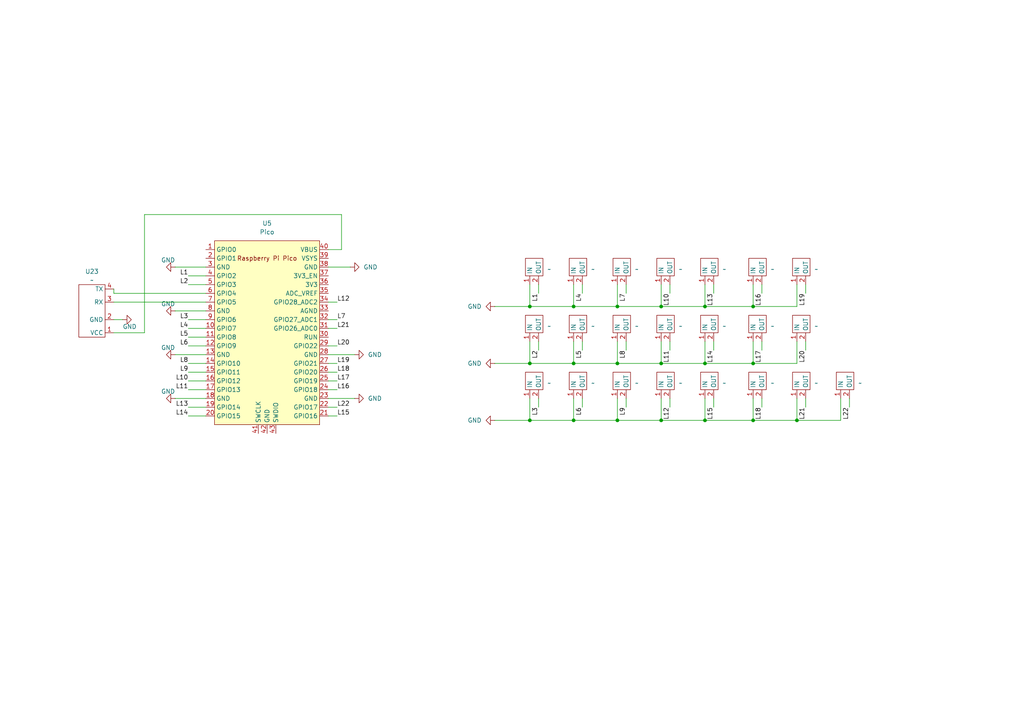
<source format=kicad_sch>
(kicad_sch (version 20231120) (generator "eeschema") (generator_version "8.0")
  (paper "A4")
  (lib_symbols
    (symbol "3:Communication_Port"
      (property "Reference" "U" (at 0 0 0))
      (symbol "Communication_Port_0_1"
        (rectangle (start -7.62 6.35) (end 7.62 -1.27))
      )
      (symbol "Communication_Port_1_1"
        (pin bidirectional line (at -6.35 -3.81 90) (length 2.54) (name "VCC") (number "1"))
        (pin bidirectional line (at -2.54 -3.81 90) (length 2.54) (name "GND") (number "2"))
        (pin bidirectional line (at 2.54 -3.81 90) (length 2.54) (name "RX") (number "3"))
        (pin bidirectional line (at 6.35 -3.81 90) (length 2.54) (name "TX") (number "4"))
      )
    )
    (symbol "AAA My Lib22:Gateron_Key"
      (property "Reference" "U" (at 0 0 0))
      (symbol "Gateron_Key_1_1"
        (rectangle (start -2.54 3.81) (end 2.54 -1.27))
        (pin input line (at -1.27 -3.81 90) (length 2.54) (name "IN") (number "1"))
        (pin output line (at 1.27 -3.81 90) (length 2.54) (name "OUT") (number "2"))
      )
    )
    (symbol "MCU_RaspberryPi_and_Boards:Pico"
      (property "Reference" "U" (at -13.97 27.94 0))
      (property "Value" "Pico" (at 0 19.05 0))
      (symbol "Pico_0_0"
        (text "Raspberry Pi Pico" (at 0 21.59 0) (effects (font (size 1.27 1.27))))
      )
      (symbol "Pico_0_1"
        (rectangle (start -15.24 26.67) (end 15.24 -26.67) (fill (type background)))
      )
      (symbol "Pico_1_1"
        (pin bidirectional line (at -17.78 24.13 0) (length 2.54) (name "GPIO0") (number "1"))
        (pin bidirectional line (at -17.78 1.27 0) (length 2.54) (name "GPIO7") (number "10"))
        (pin bidirectional line (at -17.78 -1.27 0) (length 2.54) (name "GPIO8") (number "11"))
        (pin bidirectional line (at -17.78 -3.81 0) (length 2.54) (name "GPIO9") (number "12"))
        (pin power_in line (at -17.78 -6.35 0) (length 2.54) (name "GND") (number "13"))
        (pin bidirectional line (at -17.78 -8.89 0) (length 2.54) (name "GPIO10") (number "14"))
        (pin bidirectional line (at -17.78 -11.43 0) (length 2.54) (name "GPIO11") (number "15"))
        (pin bidirectional line (at -17.78 -13.97 0) (length 2.54) (name "GPIO12") (number "16"))
        (pin bidirectional line (at -17.78 -16.51 0) (length 2.54) (name "GPIO13") (number "17"))
        (pin power_in line (at -17.78 -19.05 0) (length 2.54) (name "GND") (number "18"))
        (pin bidirectional line (at -17.78 -21.59 0) (length 2.54) (name "GPIO14") (number "19"))
        (pin bidirectional line (at -17.78 21.59 0) (length 2.54) (name "GPIO1") (number "2"))
        (pin bidirectional line (at -17.78 -24.13 0) (length 2.54) (name "GPIO15") (number "20"))
        (pin bidirectional line (at 17.78 -24.13 180) (length 2.54) (name "GPIO16") (number "21"))
        (pin bidirectional line (at 17.78 -21.59 180) (length 2.54) (name "GPIO17") (number "22"))
        (pin power_in line (at 17.78 -19.05 180) (length 2.54) (name "GND") (number "23"))
        (pin bidirectional line (at 17.78 -16.51 180) (length 2.54) (name "GPIO18") (number "24"))
        (pin bidirectional line (at 17.78 -13.97 180) (length 2.54) (name "GPIO19") (number "25"))
        (pin bidirectional line (at 17.78 -11.43 180) (length 2.54) (name "GPIO20") (number "26"))
        (pin bidirectional line (at 17.78 -8.89 180) (length 2.54) (name "GPIO21") (number "27"))
        (pin power_in line (at 17.78 -6.35 180) (length 2.54) (name "GND") (number "28"))
        (pin bidirectional line (at 17.78 -3.81 180) (length 2.54) (name "GPIO22") (number "29"))
        (pin power_in line (at -17.78 19.05 0) (length 2.54) (name "GND") (number "3"))
        (pin input line (at 17.78 -1.27 180) (length 2.54) (name "RUN") (number "30"))
        (pin bidirectional line (at 17.78 1.27 180) (length 2.54) (name "GPIO26_ADC0") (number "31"))
        (pin bidirectional line (at 17.78 3.81 180) (length 2.54) (name "GPIO27_ADC1") (number "32"))
        (pin power_in line (at 17.78 6.35 180) (length 2.54) (name "AGND") (number "33"))
        (pin bidirectional line (at 17.78 8.89 180) (length 2.54) (name "GPIO28_ADC2") (number "34"))
        (pin power_in line (at 17.78 11.43 180) (length 2.54) (name "ADC_VREF") (number "35"))
        (pin power_in line (at 17.78 13.97 180) (length 2.54) (name "3V3") (number "36"))
        (pin input line (at 17.78 16.51 180) (length 2.54) (name "3V3_EN") (number "37"))
        (pin bidirectional line (at 17.78 19.05 180) (length 2.54) (name "GND") (number "38"))
        (pin power_in line (at 17.78 21.59 180) (length 2.54) (name "VSYS") (number "39"))
        (pin bidirectional line (at -17.78 16.51 0) (length 2.54) (name "GPIO2") (number "4"))
        (pin power_in line (at 17.78 24.13 180) (length 2.54) (name "VBUS") (number "40"))
        (pin input line (at -2.54 -29.21 90) (length 2.54) (name "SWCLK") (number "41"))
        (pin power_in line (at 0 -29.21 90) (length 2.54) (name "GND") (number "42"))
        (pin bidirectional line (at 2.54 -29.21 90) (length 2.54) (name "SWDIO") (number "43"))
        (pin bidirectional line (at -17.78 13.97 0) (length 2.54) (name "GPIO3") (number "5"))
        (pin bidirectional line (at -17.78 11.43 0) (length 2.54) (name "GPIO4") (number "6"))
        (pin bidirectional line (at -17.78 8.89 0) (length 2.54) (name "GPIO5") (number "7"))
        (pin power_in line (at -17.78 6.35 0) (length 2.54) (name "GND") (number "8"))
        (pin bidirectional line (at -17.78 3.81 0) (length 2.54) (name "GPIO6") (number "9"))
      )
    )
    (symbol "power:GND" (power) (pin_numbers hide) (pin_names (offset 0) hide)
      (property "Value" "GND" (at 0 -3.81 0))
      (symbol "GND_0_1"
        (polyline (pts (xy 0 0) (xy 0 -1.27) (xy 1.27 -1.27) (xy 0 -2.54) (xy -1.27 -1.27) (xy 0 -1.27)))
      )
      (symbol "GND_1_1"
        (pin power_in line (at 0 0 270) (length 0) (name "~") (number "1"))
      )
    )
  )
  (junction (at 218.44 105.41))
  (junction (at 179.07 88.9))
  (junction (at 231.14 121.92))
  (junction (at 153.67 105.41))
  (junction (at 218.44 121.92))
  (junction (at 218.44 88.9))
  (junction (at 179.07 121.92))
  (junction (at 204.47 121.92))
  (junction (at 166.37 88.9))
  (junction (at 153.67 121.92))
  (junction (at 191.77 105.41))
  (junction (at 166.37 105.41))
  (junction (at 179.07 105.41))
  (junction (at 191.77 88.9))
  (junction (at 153.67 88.9))
  (junction (at 191.77 121.92))
  (junction (at 204.47 105.41))
  (junction (at 204.47 88.9))
  (junction (at 166.37 121.92))
  (wire (pts (xy 54.61 92.71) (xy 59.69 92.71)))
  (wire (pts (xy 168.91 99.06) (xy 168.91 101.6)))
  (wire (pts (xy 166.37 115.57) (xy 166.37 121.92)))
  (wire (pts (xy 54.61 120.65) (xy 59.69 120.65)))
  (wire (pts (xy 179.07 121.92) (xy 191.77 121.92)))
  (wire (pts (xy 207.01 99.06) (xy 207.01 101.6)))
  (wire (pts (xy 33.02 87.63) (xy 59.69 87.63)))
  (wire (pts (xy 191.77 99.06) (xy 191.77 105.41)))
  (wire (pts (xy 204.47 99.06) (xy 204.47 105.41)))
  (wire (pts (xy 54.61 100.33) (xy 59.69 100.33)))
  (wire (pts (xy 54.61 113.03) (xy 59.69 113.03)))
  (wire (pts (xy 204.47 121.92) (xy 218.44 121.92)))
  (wire (pts (xy 179.07 88.9) (xy 179.07 82.55)))
  (wire (pts (xy 231.14 88.9) (xy 231.14 82.55)))
  (wire (pts (xy 191.77 105.41) (xy 204.47 105.41)))
  (wire (pts (xy 95.25 87.63) (xy 97.79 87.63)))
  (wire (pts (xy 168.91 82.55) (xy 168.91 85.09)))
  (wire (pts (xy 204.47 88.9) (xy 204.47 82.55)))
  (wire (pts (xy 243.84 115.57) (xy 243.84 121.92)))
  (wire (pts (xy 33.02 92.71) (xy 35.56 92.71)))
  (wire (pts (xy 95.25 115.57) (xy 102.87 115.57)))
  (wire (pts (xy 95.25 95.25) (xy 97.79 95.25)))
  (wire (pts (xy 54.61 107.95) (xy 59.69 107.95)))
  (wire (pts (xy 95.25 107.95) (xy 97.79 107.95)))
  (wire (pts (xy 95.25 120.65) (xy 97.79 120.65)))
  (wire (pts (xy 204.47 121.92) (xy 191.77 121.92)))
  (wire (pts (xy 143.51 88.9) (xy 153.67 88.9)))
  (wire (pts (xy 166.37 88.9) (xy 179.07 88.9)))
  (wire (pts (xy 179.07 88.9) (xy 191.77 88.9)))
  (wire (pts (xy 95.25 118.11) (xy 97.79 118.11)))
  (wire (pts (xy 194.31 82.55) (xy 194.31 85.09)))
  (wire (pts (xy 156.21 115.57) (xy 156.21 118.11)))
  (wire (pts (xy 243.84 121.92) (xy 231.14 121.92)))
  (wire (pts (xy 54.61 82.55) (xy 59.69 82.55)))
  (wire (pts (xy 194.31 115.57) (xy 194.31 118.11)))
  (wire (pts (xy 153.67 88.9) (xy 153.67 82.55)))
  (wire (pts (xy 54.61 97.79) (xy 59.69 97.79)))
  (wire (pts (xy 231.14 121.92) (xy 218.44 121.92)))
  (wire (pts (xy 95.25 92.71) (xy 97.79 92.71)))
  (wire (pts (xy 54.61 95.25) (xy 59.69 95.25)))
  (wire (pts (xy 99.06 72.39) (xy 99.06 62.23)))
  (wire (pts (xy 143.51 121.92) (xy 153.67 121.92)))
  (wire (pts (xy 95.25 77.47) (xy 101.6 77.47)))
  (wire (pts (xy 41.91 96.52) (xy 33.02 96.52)))
  (wire (pts (xy 54.61 105.41) (xy 59.69 105.41)))
  (wire (pts (xy 54.61 110.49) (xy 59.69 110.49)))
  (wire (pts (xy 191.77 88.9) (xy 191.77 82.55)))
  (wire (pts (xy 156.21 99.06) (xy 156.21 101.6)))
  (wire (pts (xy 204.47 115.57) (xy 204.47 121.92)))
  (wire (pts (xy 179.07 105.41) (xy 191.77 105.41)))
  (wire (pts (xy 191.77 88.9) (xy 204.47 88.9)))
  (wire (pts (xy 231.14 99.06) (xy 231.14 105.41)))
  (wire (pts (xy 218.44 115.57) (xy 218.44 121.92)))
  (wire (pts (xy 156.21 82.55) (xy 156.21 85.09)))
  (wire (pts (xy 233.68 99.06) (xy 233.68 101.6)))
  (wire (pts (xy 33.02 85.09) (xy 33.02 83.82)))
  (wire (pts (xy 181.61 99.06) (xy 181.61 101.6)))
  (wire (pts (xy 41.91 62.23) (xy 41.91 96.52)))
  (wire (pts (xy 50.8 102.87) (xy 59.69 102.87)))
  (wire (pts (xy 153.67 99.06) (xy 153.67 105.41)))
  (wire (pts (xy 166.37 99.06) (xy 166.37 105.41)))
  (wire (pts (xy 220.98 115.57) (xy 220.98 118.11)))
  (wire (pts (xy 143.51 105.41) (xy 153.67 105.41)))
  (wire (pts (xy 207.01 115.57) (xy 207.01 118.11)))
  (wire (pts (xy 95.25 102.87) (xy 102.87 102.87)))
  (wire (pts (xy 179.07 121.92) (xy 166.37 121.92)))
  (wire (pts (xy 95.25 100.33) (xy 97.79 100.33)))
  (wire (pts (xy 54.61 80.01) (xy 59.69 80.01)))
  (wire (pts (xy 218.44 88.9) (xy 218.44 82.55)))
  (wire (pts (xy 50.8 77.47) (xy 59.69 77.47)))
  (wire (pts (xy 95.25 105.41) (xy 97.79 105.41)))
  (wire (pts (xy 99.06 62.23) (xy 41.91 62.23)))
  (wire (pts (xy 50.8 90.17) (xy 59.69 90.17)))
  (wire (pts (xy 50.8 115.57) (xy 59.69 115.57)))
  (wire (pts (xy 181.61 82.55) (xy 181.61 85.09)))
  (wire (pts (xy 59.69 85.09) (xy 33.02 85.09)))
  (wire (pts (xy 204.47 88.9) (xy 218.44 88.9)))
  (wire (pts (xy 194.31 99.06) (xy 194.31 101.6)))
  (wire (pts (xy 218.44 99.06) (xy 218.44 105.41)))
  (wire (pts (xy 95.25 110.49) (xy 97.79 110.49)))
  (wire (pts (xy 166.37 88.9) (xy 166.37 82.55)))
  (wire (pts (xy 153.67 105.41) (xy 166.37 105.41)))
  (wire (pts (xy 95.25 72.39) (xy 99.06 72.39)))
  (wire (pts (xy 191.77 115.57) (xy 191.77 121.92)))
  (wire (pts (xy 207.01 82.55) (xy 207.01 85.09)))
  (wire (pts (xy 153.67 88.9) (xy 166.37 88.9)))
  (wire (pts (xy 166.37 105.41) (xy 179.07 105.41)))
  (wire (pts (xy 233.68 115.57) (xy 233.68 118.11)))
  (wire (pts (xy 95.25 113.03) (xy 97.79 113.03)))
  (wire (pts (xy 204.47 105.41) (xy 218.44 105.41)))
  (wire (pts (xy 168.91 115.57) (xy 168.91 118.11)))
  (wire (pts (xy 166.37 121.92) (xy 153.67 121.92)))
  (wire (pts (xy 218.44 105.41) (xy 231.14 105.41)))
  (wire (pts (xy 153.67 121.92) (xy 153.67 115.57)))
  (wire (pts (xy 179.07 99.06) (xy 179.07 105.41)))
  (wire (pts (xy 218.44 88.9) (xy 231.14 88.9)))
  (wire (pts (xy 233.68 82.55) (xy 233.68 85.09)))
  (wire (pts (xy 220.98 82.55) (xy 220.98 85.09)))
  (wire (pts (xy 181.61 115.57) (xy 181.61 118.11)))
  (wire (pts (xy 54.61 118.11) (xy 59.69 118.11)))
  (wire (pts (xy 179.07 115.57) (xy 179.07 121.92)))
  (wire (pts (xy 231.14 115.57) (xy 231.14 121.92)))
  (wire (pts (xy 246.38 115.57) (xy 246.38 118.11)))
  (wire (pts (xy 220.98 99.06) (xy 220.98 101.6)))
  (label "L17" (at 97.79 110.49 0))
  (label "L20" (at 97.79 100.33 0))
  (label "L12" (at 194.31 118.11 270))
  (label "L19" (at 233.68 85.09 270))
  (label "L22" (at 97.79 118.11 0))
  (label "L7" (at 97.79 92.71 0))
  (label "L7" (at 181.61 85.09 270))
  (label "L13" (at 54.61 118.11 180))
  (label "L6" (at 168.91 118.11 270))
  (label "L14" (at 207.01 101.6 270))
  (label "L1" (at 54.61 80.01 180))
  (label "L9" (at 54.61 107.95 180))
  (label "L4" (at 54.61 95.25 180))
  (label "L3" (at 54.61 92.71 180))
  (label "L16" (at 97.79 113.03 0))
  (label "L14" (at 54.61 120.65 180))
  (label "L1" (at 156.21 85.09 270))
  (label "L10" (at 54.61 110.49 180))
  (label "L19" (at 97.79 105.41 0))
  (label "L2" (at 54.61 82.55 180))
  (label "L11" (at 54.61 113.03 180))
  (label "L15" (at 97.79 120.65 0))
  (label "L4" (at 168.91 85.09 270))
  (label "L13" (at 207.01 85.09 270))
  (label "L15" (at 207.01 118.11 270))
  (label "L10" (at 194.31 85.09 270))
  (label "L17" (at 220.98 101.6 270))
  (label "L16" (at 220.98 85.09 270))
  (label "L12" (at 97.79 87.63 0))
  (label "L11" (at 194.31 101.6 270))
  (label "L18" (at 220.98 118.11 270))
  (label "L6" (at 54.61 100.33 180))
  (label "L21" (at 97.79 95.25 0))
  (label "L18" (at 97.79 107.95 0))
  (label "L21" (at 233.68 118.11 270))
  (label "L8" (at 54.61 105.41 180))
  (label "L5" (at 54.61 97.79 180))
  (label "L3" (at 156.21 118.11 270))
  (label "L20" (at 233.68 101.6 270))
  (label "L9" (at 181.61 118.11 270))
  (label "L8" (at 181.61 101.6 270))
  (label "L22" (at 246.38 118.11 270))
  (label "L5" (at 168.91 101.6 270))
  (label "L2" (at 156.21 101.6 270))
  (symbol (lib_id "AAA My Lib22:Gateron_Key") (at 232.41 78.74 0) (unit 1)
    (property "Reference" "U18" (at 236.22 76.835 0) (effects (font (size 0.0254 0.0254)) (justify left)))
    (property "Value" "~" (at 236.22 78.105 0) (effects (justify left)))
    (property "Footprint" "1:Gateron Switch Footprint" (effects (hide yes)))
  )
  (symbol (lib_id "power:GND") (at 50.8 102.87 270) (unit 1)
    (property "Reference" "#PWR010" (effects (hide yes)))
    (property "Value" "GND" (at 50.8 100.838 90) (effects (justify right)))
    (property "Description" "Power symbol creates a global label with name \"GND\" , ground" (effects (hide yes)))
  )
  (symbol (lib_id "AAA My Lib22:Gateron_Key") (at 167.64 78.74 0) (unit 1)
    (property "Reference" "U2" (at 171.45 76.835 0) (effects (font (size 0.0254 0.0254)) (justify left)))
    (property "Value" "~" (at 171.45 78.105 0) (effects (justify left)))
    (property "Footprint" "1:Gateron Switch Footprint" (effects (hide yes)))
  )
  (symbol (lib_id "AAA My Lib22:Gateron_Key") (at 193.04 78.74 0) (unit 1)
    (property "Reference" "U4" (at 196.85 76.835 0) (effects (font (size 0.0254 0.0254)) (justify left)))
    (property "Value" "~" (at 196.85 78.105 0) (effects (justify left)))
    (property "Footprint" "1:Gateron Switch Footprint" (effects (hide yes)))
  )
  (symbol (lib_id "AAA My Lib22:Gateron_Key") (at 180.34 111.76 0) (unit 1)
    (property "Reference" "U14" (at 184.15 109.855 0) (effects (font (size 0.0254 0.0254)) (justify left)))
    (property "Value" "~" (at 184.15 111.125 0) (effects (justify left)))
    (property "Footprint" "1:Gateron Switch Footprint" (effects (hide yes)))
  )
  (symbol (lib_id "AAA My Lib22:Gateron_Key") (at 219.71 95.25 0) (unit 1)
    (property "Reference" "U19" (at 223.52 93.345 0) (effects (font (size 0.0254 0.0254)) (justify left)))
    (property "Value" "~" (at 223.52 94.615 0) (effects (justify left)))
    (property "Footprint" "1:Gateron Switch Footprint" (effects (hide yes)))
  )
  (symbol (lib_id "MCU_RaspberryPi_and_Boards:Pico") (at 77.47 96.52 0) (unit 1)
    (property "Reference" "U5" (at 77.47 64.77 0))
    (property "Value" "Pico" (at 77.47 67.31 0))
    (property "Footprint" "MCU_RaspberryPi_and_Boards:RPi_Pico_SMD_TH" (effects (hide yes)))
  )
  (symbol (lib_id "AAA My Lib22:Gateron_Key") (at 205.74 95.25 0) (unit 1)
    (property "Reference" "U11" (at 209.55 93.345 0) (effects (font (size 0.0254 0.0254)) (justify left)))
    (property "Value" "~" (at 209.55 94.615 0) (effects (justify left)))
    (property "Footprint" "1:Gateron Switch Footprint" (effects (hide yes)))
  )
  (symbol (lib_id "AAA My Lib22:Gateron_Key") (at 205.74 111.76 0) (unit 1)
    (property "Reference" "U16" (at 209.55 109.855 0) (effects (font (size 0.0254 0.0254)) (justify left)))
    (property "Value" "~" (at 209.55 111.125 0) (effects (justify left)))
    (property "Footprint" "1:Gateron Switch Footprint" (effects (hide yes)))
  )
  (symbol (lib_id "AAA My Lib22:Gateron_Key") (at 154.94 95.25 0) (unit 1)
    (property "Reference" "U7" (at 158.75 93.345 0) (effects (font (size 0.0254 0.0254)) (justify left)))
    (property "Value" "~" (at 158.75 94.615 0) (effects (justify left)))
    (property "Footprint" "1:Gateron Switch Footprint" (effects (hide yes)))
  )
  (symbol (lib_id "AAA My Lib22:Gateron_Key") (at 219.71 78.74 0) (unit 1)
    (property "Reference" "U17" (at 223.52 76.835 0) (effects (font (size 0.0254 0.0254)) (justify left)))
    (property "Value" "~" (at 223.52 78.105 0) (effects (justify left)))
    (property "Footprint" "1:Gateron Switch Footprint" (effects (hide yes)))
  )
  (symbol (lib_id "AAA My Lib22:Gateron_Key") (at 245.11 111.76 0) (unit 1)
    (property "Reference" "U24" (at 248.92 109.855 0) (effects (font (size 0.0254 0.0254)) (justify left)))
    (property "Value" "~" (at 248.92 111.125 0) (effects (justify left)))
    (property "Footprint" "1:Gateron Switch Footprint" (effects (hide yes)))
  )
  (symbol (lib_id "power:GND") (at 143.51 105.41 270) (unit 1)
    (property "Reference" "#PWR07" (effects (hide yes)))
    (property "Value" "GND" (at 139.7 105.4099 90) (effects (justify right)))
    (property "Description" "Power symbol creates a global label with name \"GND\" , ground" (effects (hide yes)))
  )
  (symbol (lib_id "AAA My Lib22:Gateron_Key") (at 193.04 111.76 0) (unit 1)
    (property "Reference" "U15" (at 196.85 109.855 0) (effects (font (size 0.0254 0.0254)) (justify left)))
    (property "Value" "~" (at 196.85 111.125 0) (effects (justify left)))
    (property "Footprint" "1:Gateron Switch Footprint" (effects (hide yes)))
  )
  (symbol (lib_id "power:GND") (at 102.87 102.87 90) (unit 1)
    (property "Reference" "#PWR05" (effects (hide yes)))
    (property "Value" "GND" (at 106.68 102.8699 90) (effects (justify right)))
    (property "Description" "Power symbol creates a global label with name \"GND\" , ground" (effects (hide yes)))
  )
  (symbol (lib_id "power:GND") (at 143.51 88.9 270) (unit 1)
    (property "Reference" "#PWR06" (effects (hide yes)))
    (property "Value" "GND" (at 139.7 88.8999 90) (effects (justify right)))
    (property "Description" "Power symbol creates a global label with name \"GND\" , ground" (effects (hide yes)))
  )
  (symbol (lib_id "AAA My Lib22:Gateron_Key") (at 219.71 111.76 0) (unit 1)
    (property "Reference" "U21" (at 223.52 109.855 0) (effects (font (size 0.0254 0.0254)) (justify left)))
    (property "Value" "~" (at 223.52 111.125 0) (effects (justify left)))
    (property "Footprint" "1:Gateron Switch Footprint" (effects (hide yes)))
  )
  (symbol (lib_id "AAA My Lib22:Gateron_Key") (at 180.34 78.74 0) (unit 1)
    (property "Reference" "U3" (at 184.15 76.835 0) (effects (font (size 0.0254 0.0254)) (justify left)))
    (property "Value" "~" (at 184.15 78.105 0) (effects (justify left)))
    (property "Footprint" "1:Gateron Switch Footprint" (effects (hide yes)))
  )
  (symbol (lib_id "AAA My Lib22:Gateron_Key") (at 232.41 111.76 0) (unit 1)
    (property "Reference" "U22" (at 236.22 109.855 0) (effects (font (size 0.0254 0.0254)) (justify left)))
    (property "Value" "~" (at 236.22 111.125 0) (effects (justify left)))
    (property "Footprint" "1:Gateron Switch Footprint" (effects (hide yes)))
  )
  (symbol (lib_id "AAA My Lib22:Gateron_Key") (at 154.94 111.76 0) (unit 1)
    (property "Reference" "U12" (at 158.75 109.855 0) (effects (font (size 0.0254 0.0254)) (justify left)))
    (property "Value" "~" (at 158.75 111.125 0) (effects (justify left)))
    (property "Footprint" "1:Gateron Switch Footprint" (effects (hide yes)))
  )
  (symbol (lib_id "power:GND") (at 50.8 90.17 270) (unit 1)
    (property "Reference" "#PWR09" (effects (hide yes)))
    (property "Value" "GND" (at 50.8 88.138 90) (effects (justify right)))
    (property "Description" "Power symbol creates a global label with name \"GND\" , ground" (effects (hide yes)))
  )
  (symbol (lib_id "3:Communication_Port") (at 29.21 90.17 90) (unit 1)
    (property "Reference" "U23" (at 26.67 78.74 90))
    (property "Value" "~" (at 26.67 81.28 90))
    (property "Footprint" "AAA:Communication Port" (effects (hide yes)))
  )
  (symbol (lib_id "AAA My Lib22:Gateron_Key") (at 154.94 78.74 0) (unit 1)
    (property "Reference" "U1" (at 158.75 76.835 0) (effects (font (size 0.0254 0.0254)) (justify left)))
    (property "Value" "~" (at 158.75 78.105 0) (effects (justify left)))
    (property "Footprint" "1:Gateron Switch Footprint" (effects (hide yes)))
  )
  (symbol (lib_id "AAA My Lib22:Gateron_Key") (at 167.64 95.25 0) (unit 1)
    (property "Reference" "U8" (at 171.45 93.345 0) (effects (font (size 0.0254 0.0254)) (justify left)))
    (property "Value" "~" (at 171.45 94.615 0) (effects (justify left)))
    (property "Footprint" "1:Gateron Switch Footprint" (effects (hide yes)))
  )
  (symbol (lib_id "AAA My Lib22:Gateron_Key") (at 180.34 95.25 0) (unit 1)
    (property "Reference" "U9" (at 184.15 93.345 0) (effects (font (size 0.0254 0.0254)) (justify left)))
    (property "Value" "~" (at 184.15 94.615 0) (effects (justify left)))
    (property "Footprint" "1:Gateron Switch Footprint" (effects (hide yes)))
  )
  (symbol (lib_id "AAA My Lib22:Gateron_Key") (at 205.74 78.74 0) (unit 1)
    (property "Reference" "U6" (at 209.55 76.835 0) (effects (font (size 0.0254 0.0254)) (justify left)))
    (property "Value" "~" (at 209.55 78.105 0) (effects (justify left)))
    (property "Footprint" "1:Gateron Switch Footprint" (effects (hide yes)))
  )
  (symbol (lib_id "power:GND") (at 50.8 115.57 270) (unit 1)
    (property "Reference" "#PWR011" (effects (hide yes)))
    (property "Value" "GND" (at 50.8 113.538 90) (effects (justify right)))
    (property "Description" "Power symbol creates a global label with name \"GND\" , ground" (effects (hide yes)))
  )
  (symbol (lib_id "AAA My Lib22:Gateron_Key") (at 193.04 95.25 0) (unit 1)
    (property "Reference" "U10" (at 196.85 93.345 0) (effects (font (size 0.0254 0.0254)) (justify left)))
    (property "Value" "~" (at 196.85 94.615 0) (effects (justify left)))
    (property "Footprint" "1:Gateron Switch Footprint" (effects (hide yes)))
  )
  (symbol (lib_id "power:GND") (at 101.6 77.47 90) (unit 1)
    (property "Reference" "#PWR01" (effects (hide yes)))
    (property "Value" "GND" (at 105.41 77.4699 90) (effects (justify right)))
    (property "Description" "Power symbol creates a global label with name \"GND\" , ground" (effects (hide yes)))
  )
  (symbol (lib_id "power:GND") (at 50.8 77.47 270) (unit 1)
    (property "Reference" "#PWR04" (effects (hide yes)))
    (property "Value" "GND" (at 50.8 75.438 90) (effects (justify right)))
    (property "Description" "Power symbol creates a global label with name \"GND\" , ground" (effects (hide yes)))
  )
  (symbol (lib_id "power:GND") (at 35.56 92.71 90) (unit 1)
    (property "Reference" "#PWR02" (effects (hide yes)))
    (property "Value" "GND" (at 35.56 94.742 90) (effects (justify right)))
    (property "Description" "Power symbol creates a global label with name \"GND\" , ground" (effects (hide yes)))
  )
  (symbol (lib_id "power:GND") (at 143.51 121.92 270) (unit 1)
    (property "Reference" "#PWR08" (effects (hide yes)))
    (property "Value" "GND" (at 139.7 121.9199 90) (effects (justify right)))
    (property "Description" "Power symbol creates a global label with name \"GND\" , ground" (effects (hide yes)))
  )
  (symbol (lib_id "AAA My Lib22:Gateron_Key") (at 232.41 95.25 0) (unit 1)
    (property "Reference" "U20" (at 236.22 93.345 0) (effects (font (size 0.0254 0.0254)) (justify left)))
    (property "Value" "~" (at 236.22 94.615 0) (effects (justify left)))
    (property "Footprint" "1:Gateron Switch Footprint" (effects (hide yes)))
  )
  (symbol (lib_id "AAA My Lib22:Gateron_Key") (at 167.64 111.76 0) (unit 1)
    (property "Reference" "U13" (at 171.45 109.855 0) (effects (font (size 0.0254 0.0254)) (justify left)))
    (property "Value" "~" (at 171.45 111.125 0) (effects (justify left)))
    (property "Footprint" "1:Gateron Switch Footprint" (effects (hide yes)))
  )
  (symbol (lib_id "power:GND") (at 102.87 115.57 90) (unit 1)
    (property "Reference" "#PWR03" (effects (hide yes)))
    (property "Value" "GND" (at 106.68 115.5699 90) (effects (justify right)))
    (property "Description" "Power symbol creates a global label with name \"GND\" , ground" (effects (hide yes)))
  )
)
</source>
